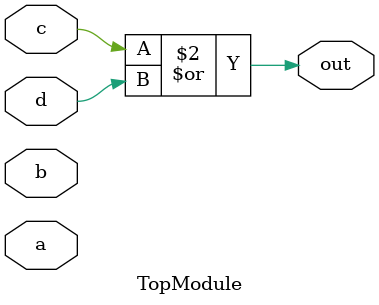
<source format=sv>

module TopModule (
  input a,
  input b,
  input c,
  input d,
  output reg out
);
  always @(a, b, c, d) begin
    out = c | d;
  end
endmodule

</source>
